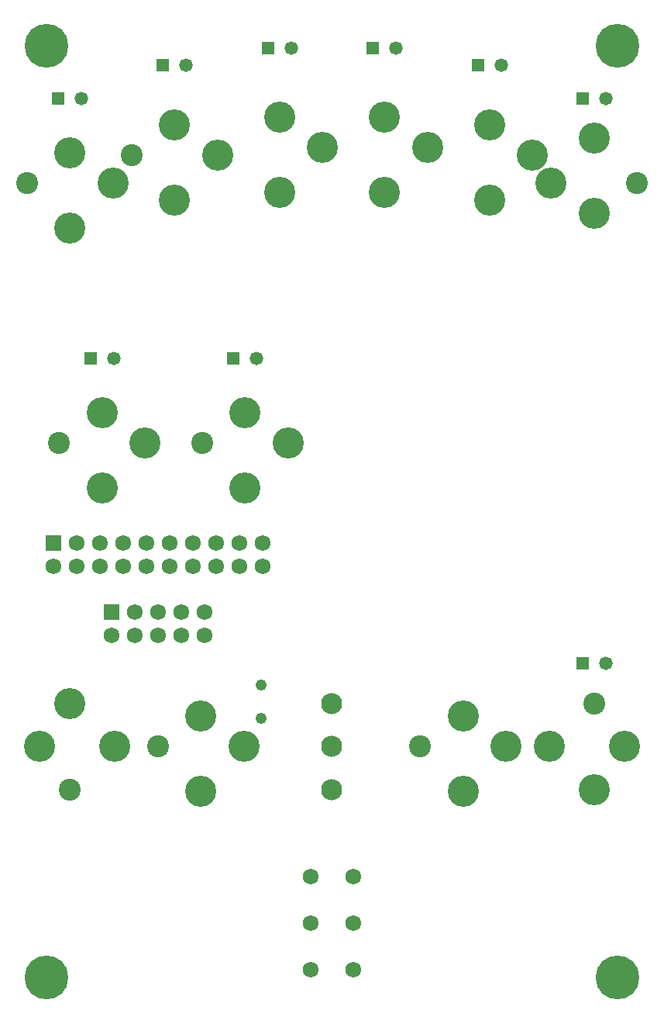
<source format=gbr>
G04 DipTrace 2.4.0.2*
%INTopMask.gbr*%
%MOIN*%
%ADD33C,0.1879*%
%ADD35C,0.0479*%
%ADD37R,0.0679X0.0679*%
%ADD39C,0.0906*%
%ADD41C,0.0945*%
%ADD43C,0.1339*%
%ADD45C,0.0679*%
%ADD47R,0.0579X0.0579*%
%ADD49C,0.0579*%
%FSLAX44Y44*%
G04*
G70*
G90*
G75*
G01*
%LNTopMask*%
%LPD*%
D35*
X14630Y18008D3*
Y16551D3*
D33*
X5417Y45457D3*
X29957D3*
X5417Y5417D3*
X29957D3*
D49*
X6907Y43209D3*
D47*
X5907D3*
D49*
X11419Y44638D3*
D47*
X10419D3*
D49*
X15930Y45346D3*
D47*
X14930D3*
D49*
X20442D3*
D47*
X19442D3*
D49*
X24954Y44638D3*
D47*
X23954D3*
D49*
X29466Y43209D3*
D47*
X28466D3*
D49*
X8287Y32028D3*
D47*
X7287D3*
D49*
X14453D3*
D47*
X13453D3*
D45*
X14706Y24094D3*
D43*
X6407Y37638D3*
Y40866D3*
X8257Y39567D3*
D41*
X4556D3*
D43*
X10919Y38819D3*
Y42047D3*
X12769Y40748D3*
D41*
X9068D3*
D43*
X28966Y41496D3*
Y38268D3*
X27115Y39567D3*
D41*
X30816D3*
D43*
X7787Y26457D3*
Y29685D3*
X9638Y28386D3*
D41*
X5937D3*
D43*
X13953Y26457D3*
Y29685D3*
X15803Y28386D3*
D41*
X12102D3*
D43*
X8336Y15354D3*
X5108D3*
X6407Y17205D3*
D41*
Y13504D3*
D43*
X12049Y13425D3*
Y16654D3*
X13899Y15354D3*
D41*
X10198D3*
D43*
X23324Y13425D3*
Y16654D3*
X25175Y15354D3*
D41*
X21474D3*
D43*
X27037D3*
X30265D3*
X28966Y13504D3*
D41*
Y17205D3*
D43*
X24454Y38819D3*
Y42047D3*
X26304Y40748D3*
X15430Y39154D3*
X19942D3*
Y42382D3*
X21793Y41083D3*
X15430Y42382D3*
X17281Y41083D3*
D49*
X29466Y18945D3*
D47*
X28466D3*
D39*
X17686Y17205D3*
Y15354D3*
Y13504D3*
D45*
X16773Y5776D3*
Y7776D3*
Y9776D3*
X18600D3*
Y7776D3*
Y5776D3*
X12206Y21126D3*
Y20126D3*
X11206D3*
Y21126D3*
X10206Y20126D3*
Y21126D3*
X9206Y20126D3*
Y21126D3*
D37*
X8206D3*
D45*
Y20126D3*
X13706Y24094D3*
X12706D3*
X11706D3*
X10706D3*
X9706D3*
X8706D3*
X7706D3*
X6706D3*
D37*
X5706D3*
D45*
Y23094D3*
X6706D3*
X7706D3*
X8706D3*
X9706D3*
X10706D3*
X11706D3*
X12706D3*
X13706D3*
X14706D3*
M02*

</source>
